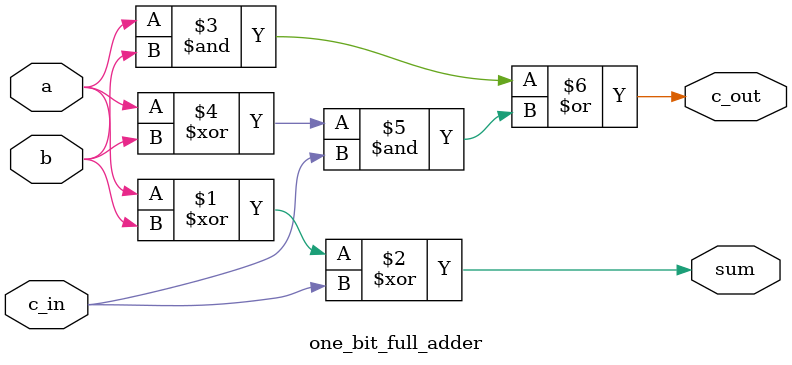
<source format=v>
module one_bit_full_adder(a,b,c_in,sum,c_out);
	input a , b , c_in ;
	output   sum , c_out ;

	assign sum = a ^ b ^ c_in ;
	assign c_out = (a & b) | ((a^b)&c_in) ;

endmodule

</source>
